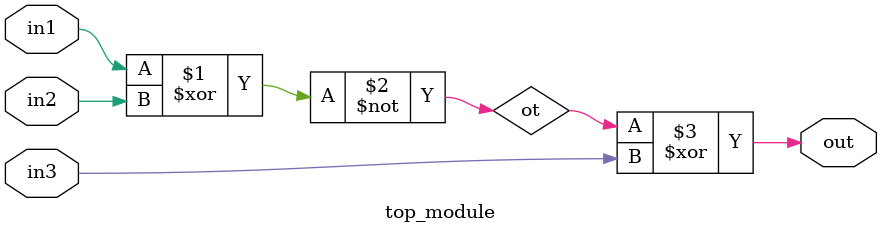
<source format=v>
module top_module (
    input in1,
    input in2,
    input in3,
    output out);
    wire ot;
    
    xnor(ot,in1,in2);
    xor(out,ot,in3);

endmodule

</source>
